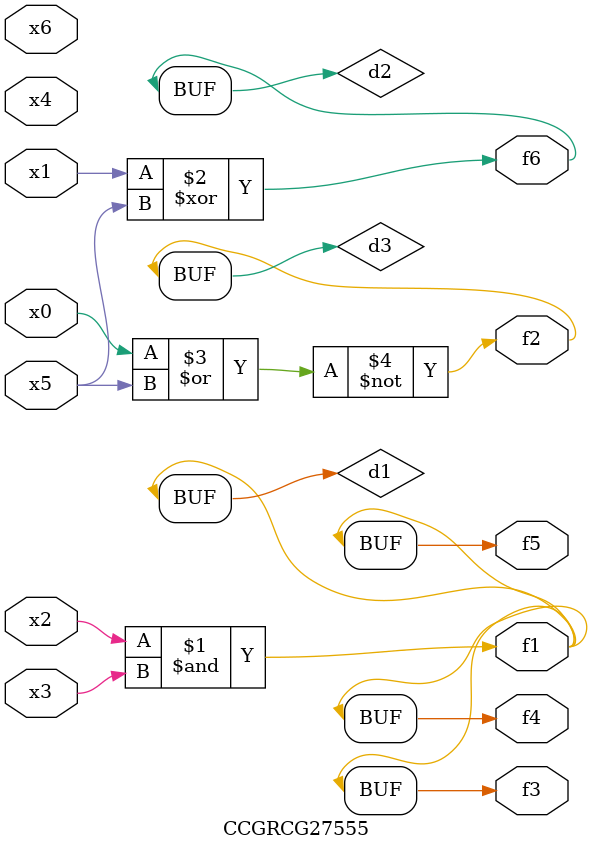
<source format=v>
module CCGRCG27555(
	input x0, x1, x2, x3, x4, x5, x6,
	output f1, f2, f3, f4, f5, f6
);

	wire d1, d2, d3;

	and (d1, x2, x3);
	xor (d2, x1, x5);
	nor (d3, x0, x5);
	assign f1 = d1;
	assign f2 = d3;
	assign f3 = d1;
	assign f4 = d1;
	assign f5 = d1;
	assign f6 = d2;
endmodule

</source>
